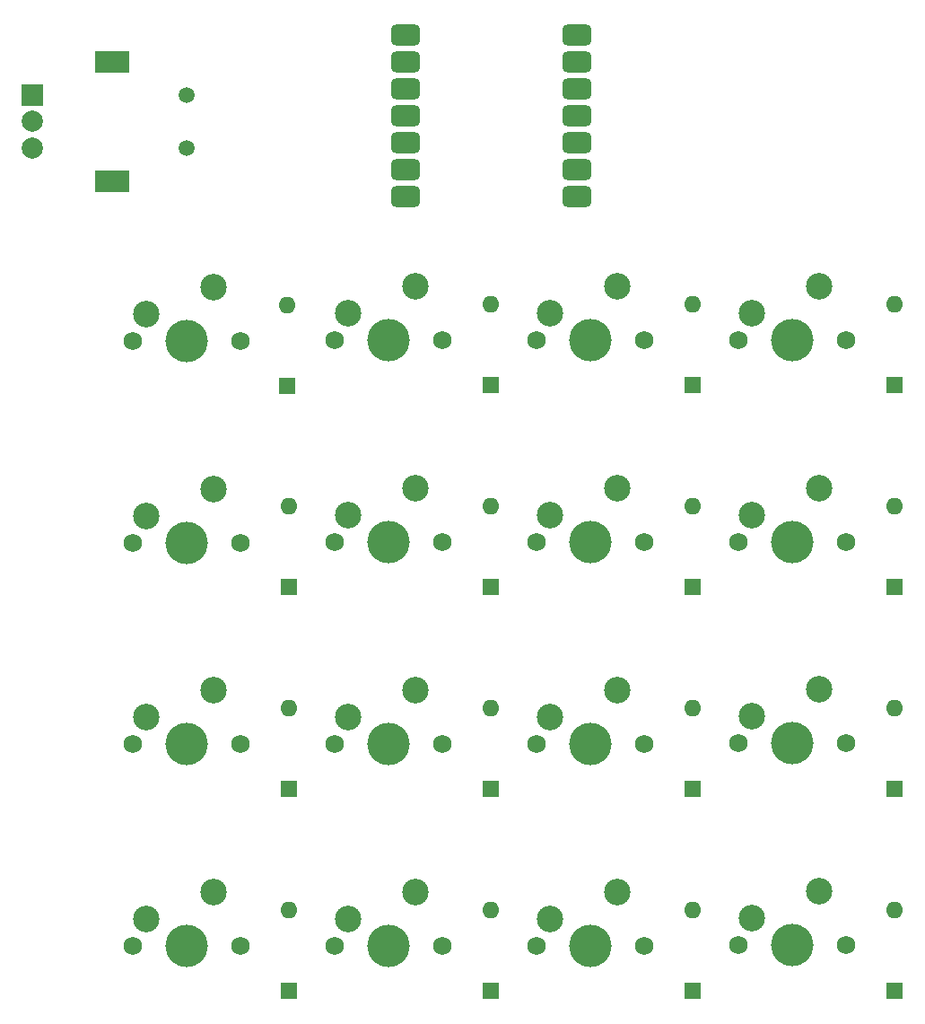
<source format=gbr>
%TF.GenerationSoftware,KiCad,Pcbnew,8.0.5*%
%TF.CreationDate,2024-10-27T13:39:58+01:00*%
%TF.ProjectId,V4.0HackPad,56342e30-4861-4636-9b50-61642e6b6963,3*%
%TF.SameCoordinates,Original*%
%TF.FileFunction,Soldermask,Top*%
%TF.FilePolarity,Negative*%
%FSLAX46Y46*%
G04 Gerber Fmt 4.6, Leading zero omitted, Abs format (unit mm)*
G04 Created by KiCad (PCBNEW 8.0.5) date 2024-10-27 13:39:58*
%MOMM*%
%LPD*%
G01*
G04 APERTURE LIST*
G04 Aperture macros list*
%AMRoundRect*
0 Rectangle with rounded corners*
0 $1 Rounding radius*
0 $2 $3 $4 $5 $6 $7 $8 $9 X,Y pos of 4 corners*
0 Add a 4 corners polygon primitive as box body*
4,1,4,$2,$3,$4,$5,$6,$7,$8,$9,$2,$3,0*
0 Add four circle primitives for the rounded corners*
1,1,$1+$1,$2,$3*
1,1,$1+$1,$4,$5*
1,1,$1+$1,$6,$7*
1,1,$1+$1,$8,$9*
0 Add four rect primitives between the rounded corners*
20,1,$1+$1,$2,$3,$4,$5,0*
20,1,$1+$1,$4,$5,$6,$7,0*
20,1,$1+$1,$6,$7,$8,$9,0*
20,1,$1+$1,$8,$9,$2,$3,0*%
G04 Aperture macros list end*
%ADD10C,1.500000*%
%ADD11R,2.000000X2.000000*%
%ADD12C,2.000000*%
%ADD13R,3.200000X2.000000*%
%ADD14C,1.750000*%
%ADD15C,4.000000*%
%ADD16C,2.500000*%
%ADD17RoundRect,0.500000X-0.875000X-0.500000X0.875000X-0.500000X0.875000X0.500000X-0.875000X0.500000X0*%
%ADD18R,1.600000X1.600000*%
%ADD19C,1.600000*%
%ADD20O,1.600000X1.600000*%
G04 APERTURE END LIST*
D10*
%TO.C,SW1*%
X107000000Y-55000000D03*
X107000000Y-60000000D03*
D11*
X92500000Y-55000000D03*
D12*
X92500000Y-60000000D03*
X92500000Y-57500000D03*
D13*
X100000000Y-51900000D03*
X100000000Y-63100000D03*
%TD*%
D14*
%TO.C,S14*%
X159090000Y-97170000D03*
D15*
X164170000Y-97170000D03*
D14*
X169250000Y-97170000D03*
D16*
X160360000Y-94630000D03*
X166710000Y-92090000D03*
%TD*%
D14*
%TO.C,S2*%
X101990000Y-97260000D03*
D15*
X107070000Y-97260000D03*
D14*
X112150000Y-97260000D03*
D16*
X103260000Y-94720000D03*
X109610000Y-92180000D03*
%TD*%
D14*
%TO.C,S11*%
X140040000Y-116210000D03*
D15*
X145120000Y-116210000D03*
D14*
X150200000Y-116210000D03*
D16*
X141310000Y-113670000D03*
X147660000Y-111130000D03*
%TD*%
D14*
%TO.C,S10*%
X140040000Y-97210000D03*
D15*
X145120000Y-97210000D03*
D14*
X150200000Y-97210000D03*
D16*
X141310000Y-94670000D03*
X147660000Y-92130000D03*
%TD*%
D17*
%TO.C,U1*%
X127685000Y-49340000D03*
D18*
X128130000Y-49340000D03*
D17*
X127685000Y-51880000D03*
D19*
X128130000Y-51880000D03*
D17*
X127685000Y-54420000D03*
D19*
X128130000Y-54420000D03*
D17*
X127685000Y-56960000D03*
D19*
X128130000Y-56960000D03*
D17*
X127685000Y-59500000D03*
D19*
X128130000Y-59500000D03*
D17*
X127685000Y-62040000D03*
D19*
X128130000Y-62040000D03*
D17*
X127685000Y-64580000D03*
D19*
X128130000Y-64580000D03*
X143370000Y-64580000D03*
D17*
X143850000Y-64580000D03*
D19*
X143370000Y-62040000D03*
D17*
X143850000Y-62040000D03*
D19*
X143370000Y-59500000D03*
D17*
X143850000Y-59500000D03*
D19*
X143370000Y-56960000D03*
D17*
X143850000Y-56960000D03*
D19*
X143370000Y-54420000D03*
D17*
X143850000Y-54420000D03*
D19*
X143370000Y-51880000D03*
D17*
X143850000Y-51880000D03*
D19*
X143370000Y-49340000D03*
D17*
X143850000Y-49340000D03*
%TD*%
D14*
%TO.C,S5*%
X120990000Y-78150000D03*
D15*
X126070000Y-78150000D03*
D14*
X131150000Y-78150000D03*
D16*
X122260000Y-75610000D03*
X128610000Y-73070000D03*
%TD*%
D14*
%TO.C,S15*%
X159090000Y-116170000D03*
D15*
X164170000Y-116170000D03*
D14*
X169250000Y-116170000D03*
D16*
X160360000Y-113630000D03*
X166710000Y-111090000D03*
%TD*%
D14*
%TO.C,S16*%
X159090000Y-135210000D03*
D15*
X164170000Y-135210000D03*
D14*
X169250000Y-135210000D03*
D16*
X160360000Y-132670000D03*
X166710000Y-130130000D03*
%TD*%
D14*
%TO.C,S13*%
X159090000Y-78110000D03*
D15*
X164170000Y-78110000D03*
D14*
X169250000Y-78110000D03*
D16*
X160360000Y-75570000D03*
X166710000Y-73030000D03*
%TD*%
D14*
%TO.C,S8*%
X121000000Y-135250000D03*
D15*
X126080000Y-135250000D03*
D14*
X131160000Y-135250000D03*
D16*
X122270000Y-132710000D03*
X128620000Y-130170000D03*
%TD*%
D14*
%TO.C,S3*%
X101990000Y-116260000D03*
D15*
X107070000Y-116260000D03*
D14*
X112150000Y-116260000D03*
D16*
X103260000Y-113720000D03*
X109610000Y-111180000D03*
%TD*%
D14*
%TO.C,S4*%
X101990000Y-135300000D03*
D15*
X107070000Y-135300000D03*
D14*
X112150000Y-135300000D03*
D16*
X103260000Y-132760000D03*
X109610000Y-130220000D03*
%TD*%
D14*
%TO.C,S12*%
X140040000Y-135250000D03*
D15*
X145120000Y-135250000D03*
D14*
X150200000Y-135250000D03*
D16*
X141310000Y-132710000D03*
X147660000Y-130170000D03*
%TD*%
D14*
%TO.C,S6*%
X121000000Y-97210000D03*
D15*
X126080000Y-97210000D03*
D14*
X131160000Y-97210000D03*
D16*
X122270000Y-94670000D03*
X128620000Y-92130000D03*
%TD*%
D14*
%TO.C,S1*%
X101990000Y-78200000D03*
D15*
X107070000Y-78200000D03*
D14*
X112150000Y-78200000D03*
D16*
X103260000Y-75660000D03*
X109610000Y-73120000D03*
%TD*%
D14*
%TO.C,S7*%
X121000000Y-116210000D03*
D15*
X126080000Y-116210000D03*
D14*
X131160000Y-116210000D03*
D16*
X122270000Y-113670000D03*
X128620000Y-111130000D03*
%TD*%
D14*
%TO.C,S9*%
X140090000Y-78110000D03*
D15*
X145170000Y-78110000D03*
D14*
X150250000Y-78110000D03*
D16*
X141360000Y-75570000D03*
X147710000Y-73030000D03*
%TD*%
D18*
%TO.C,D16*%
X173831250Y-139541250D03*
D20*
X173831250Y-131921250D03*
%TD*%
D18*
%TO.C,D7*%
X135731250Y-120491250D03*
D20*
X135731250Y-112871250D03*
%TD*%
D18*
%TO.C,D5*%
X135731250Y-82391250D03*
D20*
X135731250Y-74771250D03*
%TD*%
D18*
%TO.C,D12*%
X154781250Y-139541250D03*
D20*
X154781250Y-131921250D03*
%TD*%
D18*
%TO.C,D1*%
X116500000Y-82410000D03*
D20*
X116500000Y-74790000D03*
%TD*%
D18*
%TO.C,D10*%
X154781250Y-101441250D03*
D20*
X154781250Y-93821250D03*
%TD*%
D18*
%TO.C,D14*%
X173831250Y-101441250D03*
D20*
X173831250Y-93821250D03*
%TD*%
D18*
%TO.C,D13*%
X173831250Y-82391250D03*
D20*
X173831250Y-74771250D03*
%TD*%
D18*
%TO.C,D6*%
X135731250Y-101441250D03*
D20*
X135731250Y-93821250D03*
%TD*%
D18*
%TO.C,D11*%
X154781250Y-120491250D03*
D20*
X154781250Y-112871250D03*
%TD*%
D18*
%TO.C,D2*%
X116681250Y-101441250D03*
D20*
X116681250Y-93821250D03*
%TD*%
D18*
%TO.C,D4*%
X116681250Y-139541250D03*
D20*
X116681250Y-131921250D03*
%TD*%
D18*
%TO.C,D15*%
X173831250Y-120491250D03*
D20*
X173831250Y-112871250D03*
%TD*%
D18*
%TO.C,D8*%
X135731250Y-139541250D03*
D20*
X135731250Y-131921250D03*
%TD*%
D18*
%TO.C,D3*%
X116681250Y-120491250D03*
D20*
X116681250Y-112871250D03*
%TD*%
D18*
%TO.C,D9*%
X154781250Y-82391250D03*
D20*
X154781250Y-74771250D03*
%TD*%
M02*

</source>
